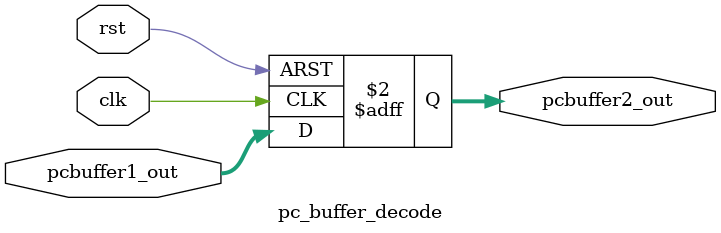
<source format=sv>
/*
 * Author: A.G. Hasan Zarook
 * University: University of Engineering and Technology, Lahore
 * Project: RISCV Pipeline Architecture
 * Date: 11th December 2024
 */
module pc_buffer_decode
(
    input  logic        clk,
    input  logic        rst,
    input  logic [31:0] pcbuffer1_out,       // Input from Fetch stage
    output logic [31:0] pcbuffer2_out       // Output to Execute stage
);
    always_ff @(posedge clk or posedge rst)
    begin
        if (rst)
            pcbuffer2_out <= 32'b0;         // Reset value
        else
            pcbuffer2_out <= pcbuffer1_out;         // Pass PC to Execute stage
    end
endmodule
</source>
